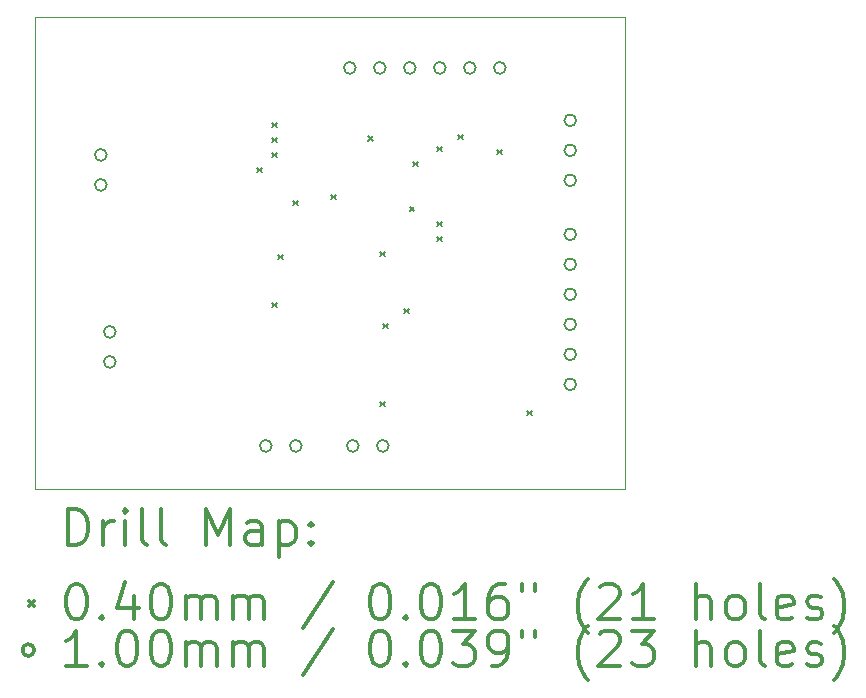
<source format=gbr>
%FSLAX45Y45*%
G04 Gerber Fmt 4.5, Leading zero omitted, Abs format (unit mm)*
G04 Created by KiCad (PCBNEW 5.1.9+dfsg1-1) date 2022-01-28 20:30:31*
%MOMM*%
%LPD*%
G01*
G04 APERTURE LIST*
%TA.AperFunction,Profile*%
%ADD10C,0.100000*%
%TD*%
%ADD11C,0.200000*%
%ADD12C,0.300000*%
G04 APERTURE END LIST*
D10*
X12039600Y-7696200D02*
X17039600Y-7696200D01*
X12039600Y-7696200D02*
X12039600Y-11696200D01*
X12039600Y-11696200D02*
X17039600Y-11696200D01*
X17039600Y-7696200D02*
X17039600Y-11696200D01*
D11*
X13924600Y-8971600D02*
X13964600Y-9011600D01*
X13964600Y-8971600D02*
X13924600Y-9011600D01*
X14051600Y-8590600D02*
X14091600Y-8630600D01*
X14091600Y-8590600D02*
X14051600Y-8630600D01*
X14051600Y-8717600D02*
X14091600Y-8757600D01*
X14091600Y-8717600D02*
X14051600Y-8757600D01*
X14051600Y-8844600D02*
X14091600Y-8884600D01*
X14091600Y-8844600D02*
X14051600Y-8884600D01*
X14051600Y-10114600D02*
X14091600Y-10154600D01*
X14091600Y-10114600D02*
X14051600Y-10154600D01*
X14102400Y-9708200D02*
X14142400Y-9748200D01*
X14142400Y-9708200D02*
X14102400Y-9748200D01*
X14229400Y-9251000D02*
X14269400Y-9291000D01*
X14269400Y-9251000D02*
X14229400Y-9291000D01*
X14546900Y-9200200D02*
X14586900Y-9240200D01*
X14586900Y-9200200D02*
X14546900Y-9240200D01*
X14864400Y-8704900D02*
X14904400Y-8744900D01*
X14904400Y-8704900D02*
X14864400Y-8744900D01*
X14966000Y-9682800D02*
X15006000Y-9722800D01*
X15006000Y-9682800D02*
X14966000Y-9722800D01*
X14966000Y-10952800D02*
X15006000Y-10992800D01*
X15006000Y-10952800D02*
X14966000Y-10992800D01*
X14991400Y-10292400D02*
X15031400Y-10332400D01*
X15031400Y-10292400D02*
X14991400Y-10332400D01*
X15169200Y-10165400D02*
X15209200Y-10205400D01*
X15209200Y-10165400D02*
X15169200Y-10205400D01*
X15213598Y-9301800D02*
X15253598Y-9341800D01*
X15253598Y-9301800D02*
X15213598Y-9341800D01*
X15245400Y-8920800D02*
X15285400Y-8960800D01*
X15285400Y-8920800D02*
X15245400Y-8960800D01*
X15448600Y-8793800D02*
X15488600Y-8833800D01*
X15488600Y-8793800D02*
X15448600Y-8833800D01*
X15448600Y-9428800D02*
X15488600Y-9468800D01*
X15488600Y-9428800D02*
X15448600Y-9468800D01*
X15448600Y-9555800D02*
X15488600Y-9595800D01*
X15488600Y-9555800D02*
X15448600Y-9595800D01*
X15626400Y-8692200D02*
X15666400Y-8732200D01*
X15666400Y-8692200D02*
X15626400Y-8732200D01*
X15956600Y-8819200D02*
X15996600Y-8859200D01*
X15996600Y-8819200D02*
X15956600Y-8859200D01*
X16210600Y-11029000D02*
X16250600Y-11069000D01*
X16250600Y-11029000D02*
X16210600Y-11069000D01*
X12648400Y-8864600D02*
G75*
G03*
X12648400Y-8864600I-50000J0D01*
G01*
X12648400Y-9118600D02*
G75*
G03*
X12648400Y-9118600I-50000J0D01*
G01*
X12724600Y-10363200D02*
G75*
G03*
X12724600Y-10363200I-50000J0D01*
G01*
X12724600Y-10617200D02*
G75*
G03*
X12724600Y-10617200I-50000J0D01*
G01*
X14045400Y-11328400D02*
G75*
G03*
X14045400Y-11328400I-50000J0D01*
G01*
X14299400Y-11328400D02*
G75*
G03*
X14299400Y-11328400I-50000J0D01*
G01*
X14756600Y-8128000D02*
G75*
G03*
X14756600Y-8128000I-50000J0D01*
G01*
X14782000Y-11328400D02*
G75*
G03*
X14782000Y-11328400I-50000J0D01*
G01*
X15010600Y-8128000D02*
G75*
G03*
X15010600Y-8128000I-50000J0D01*
G01*
X15036000Y-11328400D02*
G75*
G03*
X15036000Y-11328400I-50000J0D01*
G01*
X15264600Y-8128000D02*
G75*
G03*
X15264600Y-8128000I-50000J0D01*
G01*
X15518600Y-8128000D02*
G75*
G03*
X15518600Y-8128000I-50000J0D01*
G01*
X15772600Y-8128000D02*
G75*
G03*
X15772600Y-8128000I-50000J0D01*
G01*
X16026600Y-8128000D02*
G75*
G03*
X16026600Y-8128000I-50000J0D01*
G01*
X16623500Y-8572500D02*
G75*
G03*
X16623500Y-8572500I-50000J0D01*
G01*
X16623500Y-8826500D02*
G75*
G03*
X16623500Y-8826500I-50000J0D01*
G01*
X16623500Y-9080500D02*
G75*
G03*
X16623500Y-9080500I-50000J0D01*
G01*
X16623500Y-9537700D02*
G75*
G03*
X16623500Y-9537700I-50000J0D01*
G01*
X16623500Y-9791700D02*
G75*
G03*
X16623500Y-9791700I-50000J0D01*
G01*
X16623500Y-10045700D02*
G75*
G03*
X16623500Y-10045700I-50000J0D01*
G01*
X16623500Y-10299700D02*
G75*
G03*
X16623500Y-10299700I-50000J0D01*
G01*
X16623500Y-10553700D02*
G75*
G03*
X16623500Y-10553700I-50000J0D01*
G01*
X16623500Y-10807700D02*
G75*
G03*
X16623500Y-10807700I-50000J0D01*
G01*
D12*
X12321028Y-12166914D02*
X12321028Y-11866914D01*
X12392457Y-11866914D01*
X12435314Y-11881200D01*
X12463886Y-11909771D01*
X12478171Y-11938343D01*
X12492457Y-11995486D01*
X12492457Y-12038343D01*
X12478171Y-12095486D01*
X12463886Y-12124057D01*
X12435314Y-12152629D01*
X12392457Y-12166914D01*
X12321028Y-12166914D01*
X12621028Y-12166914D02*
X12621028Y-11966914D01*
X12621028Y-12024057D02*
X12635314Y-11995486D01*
X12649600Y-11981200D01*
X12678171Y-11966914D01*
X12706743Y-11966914D01*
X12806743Y-12166914D02*
X12806743Y-11966914D01*
X12806743Y-11866914D02*
X12792457Y-11881200D01*
X12806743Y-11895486D01*
X12821028Y-11881200D01*
X12806743Y-11866914D01*
X12806743Y-11895486D01*
X12992457Y-12166914D02*
X12963886Y-12152629D01*
X12949600Y-12124057D01*
X12949600Y-11866914D01*
X13149600Y-12166914D02*
X13121028Y-12152629D01*
X13106743Y-12124057D01*
X13106743Y-11866914D01*
X13492457Y-12166914D02*
X13492457Y-11866914D01*
X13592457Y-12081200D01*
X13692457Y-11866914D01*
X13692457Y-12166914D01*
X13963886Y-12166914D02*
X13963886Y-12009771D01*
X13949600Y-11981200D01*
X13921028Y-11966914D01*
X13863886Y-11966914D01*
X13835314Y-11981200D01*
X13963886Y-12152629D02*
X13935314Y-12166914D01*
X13863886Y-12166914D01*
X13835314Y-12152629D01*
X13821028Y-12124057D01*
X13821028Y-12095486D01*
X13835314Y-12066914D01*
X13863886Y-12052629D01*
X13935314Y-12052629D01*
X13963886Y-12038343D01*
X14106743Y-11966914D02*
X14106743Y-12266914D01*
X14106743Y-11981200D02*
X14135314Y-11966914D01*
X14192457Y-11966914D01*
X14221028Y-11981200D01*
X14235314Y-11995486D01*
X14249600Y-12024057D01*
X14249600Y-12109771D01*
X14235314Y-12138343D01*
X14221028Y-12152629D01*
X14192457Y-12166914D01*
X14135314Y-12166914D01*
X14106743Y-12152629D01*
X14378171Y-12138343D02*
X14392457Y-12152629D01*
X14378171Y-12166914D01*
X14363886Y-12152629D01*
X14378171Y-12138343D01*
X14378171Y-12166914D01*
X14378171Y-11981200D02*
X14392457Y-11995486D01*
X14378171Y-12009771D01*
X14363886Y-11995486D01*
X14378171Y-11981200D01*
X14378171Y-12009771D01*
X11994600Y-12641200D02*
X12034600Y-12681200D01*
X12034600Y-12641200D02*
X11994600Y-12681200D01*
X12378171Y-12496914D02*
X12406743Y-12496914D01*
X12435314Y-12511200D01*
X12449600Y-12525486D01*
X12463886Y-12554057D01*
X12478171Y-12611200D01*
X12478171Y-12682629D01*
X12463886Y-12739771D01*
X12449600Y-12768343D01*
X12435314Y-12782629D01*
X12406743Y-12796914D01*
X12378171Y-12796914D01*
X12349600Y-12782629D01*
X12335314Y-12768343D01*
X12321028Y-12739771D01*
X12306743Y-12682629D01*
X12306743Y-12611200D01*
X12321028Y-12554057D01*
X12335314Y-12525486D01*
X12349600Y-12511200D01*
X12378171Y-12496914D01*
X12606743Y-12768343D02*
X12621028Y-12782629D01*
X12606743Y-12796914D01*
X12592457Y-12782629D01*
X12606743Y-12768343D01*
X12606743Y-12796914D01*
X12878171Y-12596914D02*
X12878171Y-12796914D01*
X12806743Y-12482629D02*
X12735314Y-12696914D01*
X12921028Y-12696914D01*
X13092457Y-12496914D02*
X13121028Y-12496914D01*
X13149600Y-12511200D01*
X13163886Y-12525486D01*
X13178171Y-12554057D01*
X13192457Y-12611200D01*
X13192457Y-12682629D01*
X13178171Y-12739771D01*
X13163886Y-12768343D01*
X13149600Y-12782629D01*
X13121028Y-12796914D01*
X13092457Y-12796914D01*
X13063886Y-12782629D01*
X13049600Y-12768343D01*
X13035314Y-12739771D01*
X13021028Y-12682629D01*
X13021028Y-12611200D01*
X13035314Y-12554057D01*
X13049600Y-12525486D01*
X13063886Y-12511200D01*
X13092457Y-12496914D01*
X13321028Y-12796914D02*
X13321028Y-12596914D01*
X13321028Y-12625486D02*
X13335314Y-12611200D01*
X13363886Y-12596914D01*
X13406743Y-12596914D01*
X13435314Y-12611200D01*
X13449600Y-12639771D01*
X13449600Y-12796914D01*
X13449600Y-12639771D02*
X13463886Y-12611200D01*
X13492457Y-12596914D01*
X13535314Y-12596914D01*
X13563886Y-12611200D01*
X13578171Y-12639771D01*
X13578171Y-12796914D01*
X13721028Y-12796914D02*
X13721028Y-12596914D01*
X13721028Y-12625486D02*
X13735314Y-12611200D01*
X13763886Y-12596914D01*
X13806743Y-12596914D01*
X13835314Y-12611200D01*
X13849600Y-12639771D01*
X13849600Y-12796914D01*
X13849600Y-12639771D02*
X13863886Y-12611200D01*
X13892457Y-12596914D01*
X13935314Y-12596914D01*
X13963886Y-12611200D01*
X13978171Y-12639771D01*
X13978171Y-12796914D01*
X14563886Y-12482629D02*
X14306743Y-12868343D01*
X14949600Y-12496914D02*
X14978171Y-12496914D01*
X15006743Y-12511200D01*
X15021028Y-12525486D01*
X15035314Y-12554057D01*
X15049600Y-12611200D01*
X15049600Y-12682629D01*
X15035314Y-12739771D01*
X15021028Y-12768343D01*
X15006743Y-12782629D01*
X14978171Y-12796914D01*
X14949600Y-12796914D01*
X14921028Y-12782629D01*
X14906743Y-12768343D01*
X14892457Y-12739771D01*
X14878171Y-12682629D01*
X14878171Y-12611200D01*
X14892457Y-12554057D01*
X14906743Y-12525486D01*
X14921028Y-12511200D01*
X14949600Y-12496914D01*
X15178171Y-12768343D02*
X15192457Y-12782629D01*
X15178171Y-12796914D01*
X15163886Y-12782629D01*
X15178171Y-12768343D01*
X15178171Y-12796914D01*
X15378171Y-12496914D02*
X15406743Y-12496914D01*
X15435314Y-12511200D01*
X15449600Y-12525486D01*
X15463886Y-12554057D01*
X15478171Y-12611200D01*
X15478171Y-12682629D01*
X15463886Y-12739771D01*
X15449600Y-12768343D01*
X15435314Y-12782629D01*
X15406743Y-12796914D01*
X15378171Y-12796914D01*
X15349600Y-12782629D01*
X15335314Y-12768343D01*
X15321028Y-12739771D01*
X15306743Y-12682629D01*
X15306743Y-12611200D01*
X15321028Y-12554057D01*
X15335314Y-12525486D01*
X15349600Y-12511200D01*
X15378171Y-12496914D01*
X15763886Y-12796914D02*
X15592457Y-12796914D01*
X15678171Y-12796914D02*
X15678171Y-12496914D01*
X15649600Y-12539771D01*
X15621028Y-12568343D01*
X15592457Y-12582629D01*
X16021028Y-12496914D02*
X15963886Y-12496914D01*
X15935314Y-12511200D01*
X15921028Y-12525486D01*
X15892457Y-12568343D01*
X15878171Y-12625486D01*
X15878171Y-12739771D01*
X15892457Y-12768343D01*
X15906743Y-12782629D01*
X15935314Y-12796914D01*
X15992457Y-12796914D01*
X16021028Y-12782629D01*
X16035314Y-12768343D01*
X16049600Y-12739771D01*
X16049600Y-12668343D01*
X16035314Y-12639771D01*
X16021028Y-12625486D01*
X15992457Y-12611200D01*
X15935314Y-12611200D01*
X15906743Y-12625486D01*
X15892457Y-12639771D01*
X15878171Y-12668343D01*
X16163886Y-12496914D02*
X16163886Y-12554057D01*
X16278171Y-12496914D02*
X16278171Y-12554057D01*
X16721028Y-12911200D02*
X16706743Y-12896914D01*
X16678171Y-12854057D01*
X16663886Y-12825486D01*
X16649600Y-12782629D01*
X16635314Y-12711200D01*
X16635314Y-12654057D01*
X16649600Y-12582629D01*
X16663886Y-12539771D01*
X16678171Y-12511200D01*
X16706743Y-12468343D01*
X16721028Y-12454057D01*
X16821028Y-12525486D02*
X16835314Y-12511200D01*
X16863886Y-12496914D01*
X16935314Y-12496914D01*
X16963886Y-12511200D01*
X16978171Y-12525486D01*
X16992457Y-12554057D01*
X16992457Y-12582629D01*
X16978171Y-12625486D01*
X16806743Y-12796914D01*
X16992457Y-12796914D01*
X17278171Y-12796914D02*
X17106743Y-12796914D01*
X17192457Y-12796914D02*
X17192457Y-12496914D01*
X17163886Y-12539771D01*
X17135314Y-12568343D01*
X17106743Y-12582629D01*
X17635314Y-12796914D02*
X17635314Y-12496914D01*
X17763886Y-12796914D02*
X17763886Y-12639771D01*
X17749600Y-12611200D01*
X17721028Y-12596914D01*
X17678171Y-12596914D01*
X17649600Y-12611200D01*
X17635314Y-12625486D01*
X17949600Y-12796914D02*
X17921028Y-12782629D01*
X17906743Y-12768343D01*
X17892457Y-12739771D01*
X17892457Y-12654057D01*
X17906743Y-12625486D01*
X17921028Y-12611200D01*
X17949600Y-12596914D01*
X17992457Y-12596914D01*
X18021028Y-12611200D01*
X18035314Y-12625486D01*
X18049600Y-12654057D01*
X18049600Y-12739771D01*
X18035314Y-12768343D01*
X18021028Y-12782629D01*
X17992457Y-12796914D01*
X17949600Y-12796914D01*
X18221028Y-12796914D02*
X18192457Y-12782629D01*
X18178171Y-12754057D01*
X18178171Y-12496914D01*
X18449600Y-12782629D02*
X18421028Y-12796914D01*
X18363886Y-12796914D01*
X18335314Y-12782629D01*
X18321028Y-12754057D01*
X18321028Y-12639771D01*
X18335314Y-12611200D01*
X18363886Y-12596914D01*
X18421028Y-12596914D01*
X18449600Y-12611200D01*
X18463886Y-12639771D01*
X18463886Y-12668343D01*
X18321028Y-12696914D01*
X18578171Y-12782629D02*
X18606743Y-12796914D01*
X18663886Y-12796914D01*
X18692457Y-12782629D01*
X18706743Y-12754057D01*
X18706743Y-12739771D01*
X18692457Y-12711200D01*
X18663886Y-12696914D01*
X18621028Y-12696914D01*
X18592457Y-12682629D01*
X18578171Y-12654057D01*
X18578171Y-12639771D01*
X18592457Y-12611200D01*
X18621028Y-12596914D01*
X18663886Y-12596914D01*
X18692457Y-12611200D01*
X18806743Y-12911200D02*
X18821028Y-12896914D01*
X18849600Y-12854057D01*
X18863886Y-12825486D01*
X18878171Y-12782629D01*
X18892457Y-12711200D01*
X18892457Y-12654057D01*
X18878171Y-12582629D01*
X18863886Y-12539771D01*
X18849600Y-12511200D01*
X18821028Y-12468343D01*
X18806743Y-12454057D01*
X12034600Y-13057200D02*
G75*
G03*
X12034600Y-13057200I-50000J0D01*
G01*
X12478171Y-13192914D02*
X12306743Y-13192914D01*
X12392457Y-13192914D02*
X12392457Y-12892914D01*
X12363886Y-12935771D01*
X12335314Y-12964343D01*
X12306743Y-12978629D01*
X12606743Y-13164343D02*
X12621028Y-13178629D01*
X12606743Y-13192914D01*
X12592457Y-13178629D01*
X12606743Y-13164343D01*
X12606743Y-13192914D01*
X12806743Y-12892914D02*
X12835314Y-12892914D01*
X12863886Y-12907200D01*
X12878171Y-12921486D01*
X12892457Y-12950057D01*
X12906743Y-13007200D01*
X12906743Y-13078629D01*
X12892457Y-13135771D01*
X12878171Y-13164343D01*
X12863886Y-13178629D01*
X12835314Y-13192914D01*
X12806743Y-13192914D01*
X12778171Y-13178629D01*
X12763886Y-13164343D01*
X12749600Y-13135771D01*
X12735314Y-13078629D01*
X12735314Y-13007200D01*
X12749600Y-12950057D01*
X12763886Y-12921486D01*
X12778171Y-12907200D01*
X12806743Y-12892914D01*
X13092457Y-12892914D02*
X13121028Y-12892914D01*
X13149600Y-12907200D01*
X13163886Y-12921486D01*
X13178171Y-12950057D01*
X13192457Y-13007200D01*
X13192457Y-13078629D01*
X13178171Y-13135771D01*
X13163886Y-13164343D01*
X13149600Y-13178629D01*
X13121028Y-13192914D01*
X13092457Y-13192914D01*
X13063886Y-13178629D01*
X13049600Y-13164343D01*
X13035314Y-13135771D01*
X13021028Y-13078629D01*
X13021028Y-13007200D01*
X13035314Y-12950057D01*
X13049600Y-12921486D01*
X13063886Y-12907200D01*
X13092457Y-12892914D01*
X13321028Y-13192914D02*
X13321028Y-12992914D01*
X13321028Y-13021486D02*
X13335314Y-13007200D01*
X13363886Y-12992914D01*
X13406743Y-12992914D01*
X13435314Y-13007200D01*
X13449600Y-13035771D01*
X13449600Y-13192914D01*
X13449600Y-13035771D02*
X13463886Y-13007200D01*
X13492457Y-12992914D01*
X13535314Y-12992914D01*
X13563886Y-13007200D01*
X13578171Y-13035771D01*
X13578171Y-13192914D01*
X13721028Y-13192914D02*
X13721028Y-12992914D01*
X13721028Y-13021486D02*
X13735314Y-13007200D01*
X13763886Y-12992914D01*
X13806743Y-12992914D01*
X13835314Y-13007200D01*
X13849600Y-13035771D01*
X13849600Y-13192914D01*
X13849600Y-13035771D02*
X13863886Y-13007200D01*
X13892457Y-12992914D01*
X13935314Y-12992914D01*
X13963886Y-13007200D01*
X13978171Y-13035771D01*
X13978171Y-13192914D01*
X14563886Y-12878629D02*
X14306743Y-13264343D01*
X14949600Y-12892914D02*
X14978171Y-12892914D01*
X15006743Y-12907200D01*
X15021028Y-12921486D01*
X15035314Y-12950057D01*
X15049600Y-13007200D01*
X15049600Y-13078629D01*
X15035314Y-13135771D01*
X15021028Y-13164343D01*
X15006743Y-13178629D01*
X14978171Y-13192914D01*
X14949600Y-13192914D01*
X14921028Y-13178629D01*
X14906743Y-13164343D01*
X14892457Y-13135771D01*
X14878171Y-13078629D01*
X14878171Y-13007200D01*
X14892457Y-12950057D01*
X14906743Y-12921486D01*
X14921028Y-12907200D01*
X14949600Y-12892914D01*
X15178171Y-13164343D02*
X15192457Y-13178629D01*
X15178171Y-13192914D01*
X15163886Y-13178629D01*
X15178171Y-13164343D01*
X15178171Y-13192914D01*
X15378171Y-12892914D02*
X15406743Y-12892914D01*
X15435314Y-12907200D01*
X15449600Y-12921486D01*
X15463886Y-12950057D01*
X15478171Y-13007200D01*
X15478171Y-13078629D01*
X15463886Y-13135771D01*
X15449600Y-13164343D01*
X15435314Y-13178629D01*
X15406743Y-13192914D01*
X15378171Y-13192914D01*
X15349600Y-13178629D01*
X15335314Y-13164343D01*
X15321028Y-13135771D01*
X15306743Y-13078629D01*
X15306743Y-13007200D01*
X15321028Y-12950057D01*
X15335314Y-12921486D01*
X15349600Y-12907200D01*
X15378171Y-12892914D01*
X15578171Y-12892914D02*
X15763886Y-12892914D01*
X15663886Y-13007200D01*
X15706743Y-13007200D01*
X15735314Y-13021486D01*
X15749600Y-13035771D01*
X15763886Y-13064343D01*
X15763886Y-13135771D01*
X15749600Y-13164343D01*
X15735314Y-13178629D01*
X15706743Y-13192914D01*
X15621028Y-13192914D01*
X15592457Y-13178629D01*
X15578171Y-13164343D01*
X15906743Y-13192914D02*
X15963886Y-13192914D01*
X15992457Y-13178629D01*
X16006743Y-13164343D01*
X16035314Y-13121486D01*
X16049600Y-13064343D01*
X16049600Y-12950057D01*
X16035314Y-12921486D01*
X16021028Y-12907200D01*
X15992457Y-12892914D01*
X15935314Y-12892914D01*
X15906743Y-12907200D01*
X15892457Y-12921486D01*
X15878171Y-12950057D01*
X15878171Y-13021486D01*
X15892457Y-13050057D01*
X15906743Y-13064343D01*
X15935314Y-13078629D01*
X15992457Y-13078629D01*
X16021028Y-13064343D01*
X16035314Y-13050057D01*
X16049600Y-13021486D01*
X16163886Y-12892914D02*
X16163886Y-12950057D01*
X16278171Y-12892914D02*
X16278171Y-12950057D01*
X16721028Y-13307200D02*
X16706743Y-13292914D01*
X16678171Y-13250057D01*
X16663886Y-13221486D01*
X16649600Y-13178629D01*
X16635314Y-13107200D01*
X16635314Y-13050057D01*
X16649600Y-12978629D01*
X16663886Y-12935771D01*
X16678171Y-12907200D01*
X16706743Y-12864343D01*
X16721028Y-12850057D01*
X16821028Y-12921486D02*
X16835314Y-12907200D01*
X16863886Y-12892914D01*
X16935314Y-12892914D01*
X16963886Y-12907200D01*
X16978171Y-12921486D01*
X16992457Y-12950057D01*
X16992457Y-12978629D01*
X16978171Y-13021486D01*
X16806743Y-13192914D01*
X16992457Y-13192914D01*
X17092457Y-12892914D02*
X17278171Y-12892914D01*
X17178171Y-13007200D01*
X17221028Y-13007200D01*
X17249600Y-13021486D01*
X17263886Y-13035771D01*
X17278171Y-13064343D01*
X17278171Y-13135771D01*
X17263886Y-13164343D01*
X17249600Y-13178629D01*
X17221028Y-13192914D01*
X17135314Y-13192914D01*
X17106743Y-13178629D01*
X17092457Y-13164343D01*
X17635314Y-13192914D02*
X17635314Y-12892914D01*
X17763886Y-13192914D02*
X17763886Y-13035771D01*
X17749600Y-13007200D01*
X17721028Y-12992914D01*
X17678171Y-12992914D01*
X17649600Y-13007200D01*
X17635314Y-13021486D01*
X17949600Y-13192914D02*
X17921028Y-13178629D01*
X17906743Y-13164343D01*
X17892457Y-13135771D01*
X17892457Y-13050057D01*
X17906743Y-13021486D01*
X17921028Y-13007200D01*
X17949600Y-12992914D01*
X17992457Y-12992914D01*
X18021028Y-13007200D01*
X18035314Y-13021486D01*
X18049600Y-13050057D01*
X18049600Y-13135771D01*
X18035314Y-13164343D01*
X18021028Y-13178629D01*
X17992457Y-13192914D01*
X17949600Y-13192914D01*
X18221028Y-13192914D02*
X18192457Y-13178629D01*
X18178171Y-13150057D01*
X18178171Y-12892914D01*
X18449600Y-13178629D02*
X18421028Y-13192914D01*
X18363886Y-13192914D01*
X18335314Y-13178629D01*
X18321028Y-13150057D01*
X18321028Y-13035771D01*
X18335314Y-13007200D01*
X18363886Y-12992914D01*
X18421028Y-12992914D01*
X18449600Y-13007200D01*
X18463886Y-13035771D01*
X18463886Y-13064343D01*
X18321028Y-13092914D01*
X18578171Y-13178629D02*
X18606743Y-13192914D01*
X18663886Y-13192914D01*
X18692457Y-13178629D01*
X18706743Y-13150057D01*
X18706743Y-13135771D01*
X18692457Y-13107200D01*
X18663886Y-13092914D01*
X18621028Y-13092914D01*
X18592457Y-13078629D01*
X18578171Y-13050057D01*
X18578171Y-13035771D01*
X18592457Y-13007200D01*
X18621028Y-12992914D01*
X18663886Y-12992914D01*
X18692457Y-13007200D01*
X18806743Y-13307200D02*
X18821028Y-13292914D01*
X18849600Y-13250057D01*
X18863886Y-13221486D01*
X18878171Y-13178629D01*
X18892457Y-13107200D01*
X18892457Y-13050057D01*
X18878171Y-12978629D01*
X18863886Y-12935771D01*
X18849600Y-12907200D01*
X18821028Y-12864343D01*
X18806743Y-12850057D01*
M02*

</source>
